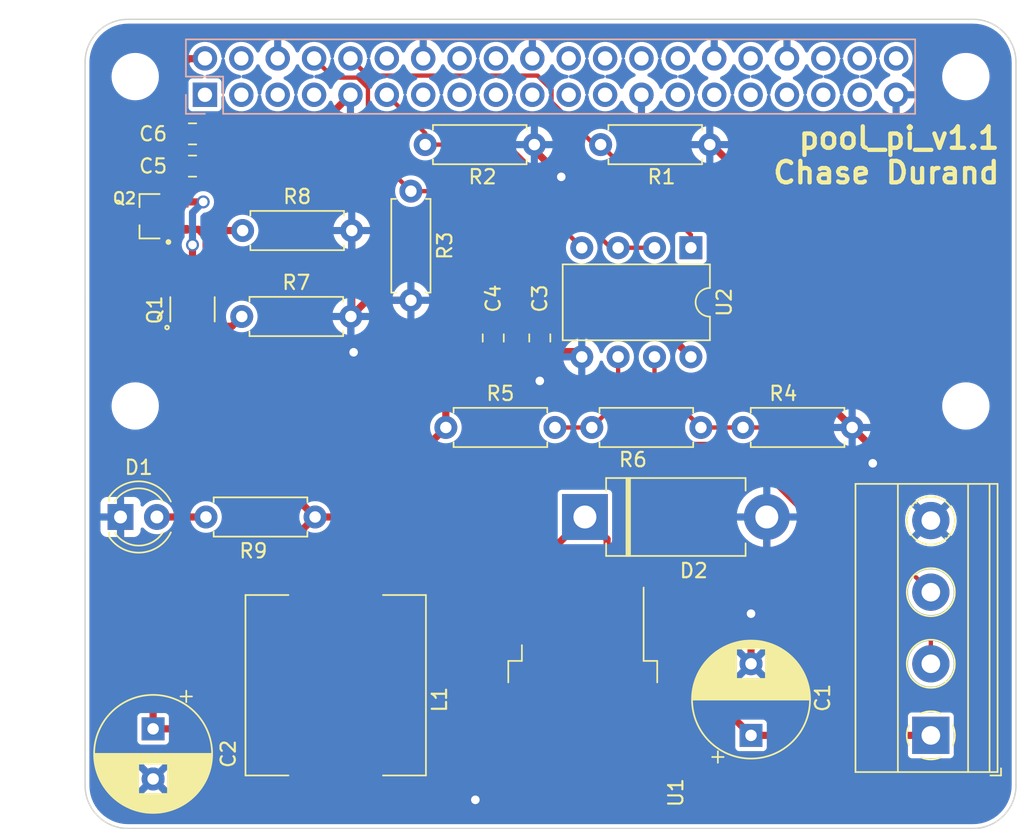
<source format=kicad_pcb>
(kicad_pcb (version 20211014) (generator pcbnew)
  (title_block (title "Pool Pi / Power and Communication Adapter") (date "2023-01-11") (rev "1.0"))
  (layers (0 "F.Cu" signal) (31 "B.Cu" signal) (34 "B.Paste" user) (35 "F.Paste" user) (36 "B.SilkS" user "B.Silkscreen") (37 "F.SilkS" user "F.Silkscreen") (38 "B.Mask" user) (39 "F.Mask" user) (44 "Edge.Cuts" user))
  (net 0 "")
  (net 1 "GND")
  (net 2 "/GPIO[2]{slash}SDA1")
  (net 3 "/GPIO[3]{slash}SCL1")
  (net 4 "/GPIO[4]{slash}GPCLK0")
  (net 5 "/GPIO[18]{slash}PCM.CLK")
  (net 6 "/GPIO[27]")
  (net 7 "/GPIO[22]")
  (net 8 "/GPIO[23]")
  (net 9 "/GPIO[24]")
  (net 10 "/GPIO[10]{slash}SPI0.MOSI")
  (net 11 "/GPIO[9]{slash}SPI0.MISO")
  (net 12 "/GPIO[25]")
  (net 13 "/GPIO[11]{slash}SPI0.SCLK")
  (net 14 "/GPIO[8]{slash}SPI0.CE0")
  (net 15 "/GPIO[7]{slash}SPI0.CE1")
  (net 16 "/ID_SDA")
  (net 17 "/ID_SCL")
  (net 18 "/GPIO[5]")
  (net 19 "/GPIO[6]")
  (net 20 "/GPIO[12]{slash}PWM0")
  (net 21 "/GPIO[13]{slash}PWM1")
  (net 22 "/GPIO[19]{slash}PCM.FS")
  (net 23 "/GPIO[16]")
  (net 24 "/GPIO[20]{slash}PCM.DIN")
  (net 25 "/GPIO[21]{slash}PCM.DOUT")
  (net 26 "+5V")
  (net 27 "+3V3")
  (net 28 "Net-(D2-Pad1)")
  (net 29 "/GPIO26")
  (net 30 "Net-(D1-Pad2)")
  (net 31 "A")
  (net 32 "B")
  (net 33 "+12V")
  (net 34 "DE")
  (net 35 "RX_RO")
  (net 36 "TX_DI")
  (net 37 "5V_rPi")
  (net 38 "Net-(Q1-Pad1)")
  (net 39 "Net-(Q1-Pad4)")
  (footprint "LED_THT:LED_D4.0mm" (layer "F.Cu") (at 102.475 78.25)
    (fp_text reference "D1" (at 1.27 -3.46) (layer "F.SilkS"))
    (fp_text value "LED")
    (pad "1" thru_hole rect (at 0 0) (size 1.8 1.8) (drill 0.9) (layers *.Cu *.Mask) (net 1 "GND"))
    (pad "2" thru_hole circle (at 2.54 0) (size 1.8 1.8) (drill 0.9) (layers *.Cu *.Mask) (net 30 "Net-(D1-Pad2)"))
  )
  (footprint "Capacitor_SMD:C_0805_2012Metric" (layer "F.Cu") (at 107.5 53.75)
    (fp_text reference "C5" (at -2.75 0) (layer "F.SilkS"))
    (fp_text value "10uF")
    (pad "1" smd roundrect (at -0.95 0) (size 1 1.45) (layers "F.Cu" "F.Paste" "F.Mask") (net 37 "5V_rPi"))
    (pad "2" smd roundrect (at 0.95 0) (size 1 1.45) (layers "F.Cu" "F.Paste" "F.Mask") (net 1 "GND"))
  )
  (footprint "Resistor_THT:R_Axial_DIN0207_L6.3mm_D2.5mm_P7.62mm_Horizontal" (layer "F.Cu") (at 110.94 64.25)
    (fp_text reference "R7" (at 3.81 -2.37) (layer "F.SilkS"))
    (fp_text value "10K")
    (pad "1" thru_hole circle (at 0 0) (size 1.6 1.6) (drill 0.8) (layers *.Cu *.Mask) (net 38 "Net-(Q1-Pad1)"))
    (pad "2" thru_hole oval (at 7.62 0) (size 1.6 1.6) (drill 0.8) (layers *.Cu *.Mask) (net 1 "GND"))
  )
  (footprint "Resistor_THT:R_Axial_DIN0207_L6.3mm_D2.5mm_P7.62mm_Horizontal" (layer "F.Cu") (at 125.19 72)
    (fp_text reference "R5" (at 3.81 -2.37) (layer "F.SilkS"))
    (fp_text value "20K")
    (pad "1" thru_hole circle (at 0 0) (size 1.6 1.6) (drill 0.8) (layers *.Cu *.Mask) (net 26 "+5V"))
    (pad "2" thru_hole oval (at 7.62 0) (size 1.6 1.6) (drill 0.8) (layers *.Cu *.Mask) (net 31 "A"))
  )
  (footprint "TerminalBlock_Phoenix:TerminalBlock_Phoenix_MKDS-1,5-4_1x04_P5.00mm_Horizontal" (layer "F.Cu") (at 159.055 93.5 90)
    (fp_text reference "J2" hide)
    (fp_text value "1711042")
    (pad "1" thru_hole rect (at 0 0 90) (size 2.6 2.6) (drill 1.3) (layers *.Cu *.Mask) (net 33 "+12V"))
    (pad "2" thru_hole circle (at 5 0 90) (size 2.6 2.6) (drill 1.3) (layers *.Cu *.Mask) (net 31 "A"))
    (pad "3" thru_hole circle (at 10 0 90) (size 2.6 2.6) (drill 1.3) (layers *.Cu *.Mask) (net 32 "B"))
    (pad "4" thru_hole circle (at 15 0 90) (size 2.6 2.6) (drill 1.3) (layers *.Cu *.Mask) (net 1 "GND"))
  )
  (footprint "Resistor_THT:R_Axial_DIN0207_L6.3mm_D2.5mm_P7.62mm_Horizontal" (layer "F.Cu") (at 136 52.25)
    (fp_text reference "R1" (at 4.25 2.25) (layer "F.SilkS"))
    (fp_text value "10K")
    (pad "1" thru_hole circle (at 0 0) (size 1.6 1.6) (drill 0.8) (layers *.Cu *.Mask) (net 35 "RX_RO"))
    (pad "2" thru_hole oval (at 7.62 0) (size 1.6 1.6) (drill 0.8) (layers *.Cu *.Mask) (net 1 "GND"))
  )
  (footprint "Capacitor_THT:CP_Radial_D8.0mm_P5.00mm" (layer "F.Cu") (at 146.5 93.5 90)
    (fp_text reference "C1" (at 2.620277 5 90) (layer "F.SilkS"))
    (fp_text value "100uF")
    (pad "1" thru_hole rect (at 0 0 90) (size 1.6 1.6) (drill 0.8) (layers *.Cu *.Mask) (net 33 "+12V"))
    (pad "2" thru_hole circle (at 5 0 90) (size 1.6 1.6) (drill 0.8) (layers *.Cu *.Mask) (net 1 "GND"))
  )
  (footprint "Inductor_SMD:L_12x12mm_H8mm" (layer "F.Cu") (at 117.5 90 -90)
    (fp_text reference "L1" (at 1 -7.25 90) (layer "F.SilkS"))
    (fp_text value "68uH")
    (pad "1" smd rect (at -4.95 0 270) (size 2.9 5.4) (layers "F.Cu" "F.Paste" "F.Mask") (net 28 "Net-(D2-Pad1)"))
    (pad "2" smd rect (at 4.95 0 270) (size 2.9 5.4) (layers "F.Cu" "F.Paste" "F.Mask") (net 26 "+5V"))
  )
  (footprint "Resistor_THT:R_Axial_DIN0207_L6.3mm_D2.5mm_P7.62mm_Horizontal" (layer "F.Cu") (at 143 72 180)
    (fp_text reference "R6" (at 4.75 -2.25) (layer "F.SilkS"))
    (fp_text value "120")
    (pad "1" thru_hole circle (at 0 0 180) (size 1.6 1.6) (drill 0.8) (layers *.Cu *.Mask) (net 32 "B"))
    (pad "2" thru_hole oval (at 7.62 0 180) (size 1.6 1.6) (drill 0.8) (layers *.Cu *.Mask) (net 31 "A"))
  )
  (footprint "Resistor_THT:R_Axial_DIN0207_L6.3mm_D2.5mm_P7.62mm_Horizontal" (layer "F.Cu") (at 123.75 52.25)
    (fp_text reference "R2" (at 4 2.25) (layer "F.SilkS"))
    (fp_text value "10K")
    (pad "1" thru_hole circle (at 0 0) (size 1.6 1.6) (drill 0.8) (layers *.Cu *.Mask) (net 34 "DE"))
    (pad "2" thru_hole oval (at 7.62 0) (size 1.6 1.6) (drill 0.8) (layers *.Cu *.Mask) (net 1 "GND"))
  )
  (footprint "Capacitor_SMD:C_0805_2012Metric" (layer "F.Cu") (at 131.75 65.75 -90)
    (fp_text reference "C3" (at -2.75 0 90) (layer "F.SilkS"))
    (fp_text value "10uF")
    (pad "1" smd roundrect (at -0.95 0 270) (size 1 1.45) (layers "F.Cu" "F.Paste" "F.Mask") (net 26 "+5V"))
    (pad "2" smd roundrect (at 0.95 0 270) (size 1 1.45) (layers "F.Cu" "F.Paste" "F.Mask") (net 1 "GND"))
  )
  (footprint "Package_TO_SOT_SMD:TO-263-5_TabPin3" (layer "F.Cu") (at 134.75 91.25 -90)
    (fp_text reference "U1" (at 6.25 -6.5 90) (layer "F.SilkS"))
    (fp_text value "LM2596S-5")
    (pad "1" smd rect (at -5.775 -3.4 270) (size 4.6 1.1) (layers "F.Cu" "F.Paste" "F.Mask") (net 33 "+12V"))
    (pad "2" smd rect (at -5.775 -1.7 270) (size 4.6 1.1) (layers "F.Cu" "F.Paste" "F.Mask") (net 28 "Net-(D2-Pad1)"))
    (pad "3" smd rect (at 3.375 0 270) (size 9.4 10.8) (layers "F.Cu" "F.Mask") (net 1 "GND"))
    (pad "3" smd rect (at -5.775 0 270) (size 4.6 1.1) (layers "F.Cu" "F.Paste" "F.Mask") (net 1 "GND"))
    (pad "4" smd rect (at -5.775 1.7 270) (size 4.6 1.1) (layers "F.Cu" "F.Paste" "F.Mask") (net 26 "+5V"))
    (pad "5" smd rect (at -5.775 3.4 270) (size 4.6 1.1) (layers "F.Cu" "F.Paste" "F.Mask") (net 1 "GND"))
  )
  (footprint "DMMT5401-7-F:SOT95P285X140-6N" (layer "F.Cu") (at 107.5 63.75 90)
    (fp_text reference "Q1" (at -0.04299 -2.635 90) (layer "F.SilkS"))
    (fp_text value "DMMT5401-7-F")
    (pad "1" smd roundrect locked (at -1.185 -0.95 90) (size 2.5 0.6) (drill (offset -0.575 0)) (layers "F.Cu" "F.Paste" "F.Mask") (roundrect_rratio 0.15) (net 38 "Net-(Q1-Pad1)"))
    (pad "2" smd roundrect locked (at -1.185 0 90) (size 2.5 0.6) (drill (offset -0.575 0)) (layers "F.Cu" "F.Paste" "F.Mask") (roundrect_rratio 0.15) (net 38 "Net-(Q1-Pad1)"))
    (pad "3" smd roundrect locked (at -1.185 0.95 90) (size 2.5 0.6) (drill (offset -0.575 0)) (layers "F.Cu" "F.Paste" "F.Mask") (roundrect_rratio 0.15) (net 38 "Net-(Q1-Pad1)"))
    (pad "4" smd roundrect locked (at 1.185 0.95 90) (size 2.5 0.6) (drill (offset 0.575 0)) (layers "F.Cu" "F.Paste" "F.Mask") (roundrect_rratio 0.15) (net 39 "Net-(Q1-Pad4)"))
    (pad "5" smd roundrect locked (at 1.185 0 90) (size 2.5 0.6) (drill (offset 0.575 0)) (layers "F.Cu" "F.Paste" "F.Mask") (roundrect_rratio 0.15) (net 37 "5V_rPi"))
    (pad "6" smd roundrect locked (at 1.185 -0.95 90) (size 2.5 0.6) (drill (offset 0.575 0)) (layers "F.Cu" "F.Paste" "F.Mask") (roundrect_rratio 0.15) (net 26 "+5V"))
  )
  (footprint "Resistor_THT:R_Axial_DIN0207_L6.3mm_D2.5mm_P7.62mm_Horizontal" (layer "F.Cu") (at 122.75 55.5 -90)
    (fp_text reference "R3" (at 3.81 -2.37 90) (layer "F.SilkS"))
    (fp_text value "10K")
    (pad "1" thru_hole circle (at 0 0 270) (size 1.6 1.6) (drill 0.8) (layers *.Cu *.Mask) (net 36 "TX_DI"))
    (pad "2" thru_hole oval (at 7.62 0 270) (size 1.6 1.6) (drill 0.8) (layers *.Cu *.Mask) (net 1 "GND"))
  )
  (footprint "MountingHole:MountingHole_2.7mm_M2.5" (layer "F.Cu") (at 103.5 70.5)
    (fp_text reference "MH3" hide)
    (fp_text value "MountingHole_2.7mm_M2.5" hide)
    (pad "" np_thru_hole circle locked (at 0 0) (size 2.7 2.7) (drill 2.7) (layers *.Cu *.Mask))
  )
  (footprint "Capacitor_SMD:C_0805_2012Metric" (layer "F.Cu") (at 107.5 51.5)
    (fp_text reference "C6" (at -2.75 0) (layer "F.SilkS"))
    (fp_text value "0.1uF")
    (pad "1" smd roundrect (at -0.95 0) (size 1 1.45) (layers "F.Cu" "F.Paste" "F.Mask") (net 37 "5V_rPi"))
    (pad "2" smd roundrect (at 0.95 0) (size 1 1.45) (layers "F.Cu" "F.Paste" "F.Mask") (net 1 "GND"))
  )
  (footprint "MountingHole:MountingHole_2.7mm_M2.5" (layer "F.Cu") (at 161.5 47.5)
    (fp_text reference "MH2" hide)
    (fp_text value "MountingHole_2.7mm_M2.5" hide)
    (pad "" np_thru_hole circle locked (at 0 0) (size 2.7 2.7) (drill 2.7) (layers F&B.Cu *.Mask))
  )
  (footprint "Capacitor_SMD:C_0805_2012Metric" (layer "F.Cu") (at 128.5 65.75 -90)
    (fp_text reference "C4" (at -2.75 0 90) (layer "F.SilkS"))
    (fp_text value "0.1uF")
    (pad "1" smd roundrect (at -0.95 0 270) (size 1 1.45) (layers "F.Cu" "F.Paste" "F.Mask") (net 26 "+5V"))
    (pad "2" smd roundrect (at 0.95 0 270) (size 1 1.45) (layers "F.Cu" "F.Paste" "F.Mask") (net 1 "GND"))
  )
  (footprint "Resistor_THT:R_Axial_DIN0207_L6.3mm_D2.5mm_P7.62mm_Horizontal" (layer "F.Cu") (at 145.94 72)
    (fp_text reference "R4" (at 2.81 -2.37) (layer "F.SilkS"))
    (fp_text value "20K")
    (pad "1" thru_hole circle (at 0 0) (size 1.6 1.6) (drill 0.8) (layers *.Cu *.Mask) (net 32 "B"))
    (pad "2" thru_hole oval (at 7.62 0) (size 1.6 1.6) (drill 0.8) (layers *.Cu *.Mask) (net 1 "GND"))
  )
  (footprint "MountingHole:MountingHole_2.7mm_M2.5" (layer "F.Cu") (at 161.5 70.5)
    (fp_text reference "MH4" hide)
    (fp_text value "MountingHole_2.7mm_M2.5" hide)
    (pad "" np_thru_hole circle locked (at 0 0) (size 2.7 2.7) (drill 2.7) (layers *.Cu *.Mask))
  )
  (footprint "MountingHole:MountingHole_2.7mm_M2.5" (layer "F.Cu") (at 103.5 47.5)
    (fp_text reference "MH1" hide)
    (fp_text value "MountingHole_2.7mm_M2.5" hide)
    (pad "" np_thru_hole circle locked (at 0 0) (size 2.7 2.7) (drill 2.7) (layers F&B.Cu *.Mask))
  )
  (footprint "Resistor_THT:R_Axial_DIN0207_L6.3mm_D2.5mm_P7.62mm_Horizontal" (layer "F.Cu") (at 116.06 78.25 180)
    (fp_text reference "R9" (at 4.31 -2.37) (layer "F.SilkS"))
    (fp_text value "200")
    (pad "1" thru_hole circle (at 0 0 180) (size 1.6 1.6) (drill 0.8) (layers *.Cu *.Mask) (net 26 "+5V"))
    (pad "2" thru_hole oval (at 7.62 0 180) (size 1.6 1.6) (drill 0.8) (layers *.Cu *.Mask) (net 30 "Net-(D1-Pad2)"))
  )
  (footprint "Capacitor_THT:CP_Radial_D8.0mm_P3.50mm" (layer "F.Cu") (at 104.75 93.042047 -90)
    (fp_text reference "C2" (at 1.75 -5.25 90) (layer "F.SilkS"))
    (fp_text value "180uF")
    (pad "1" thru_hole rect (at 0 0 270) (size 1.6 1.6) (drill 0.8) (layers *.Cu *.Mask) (net 26 "+5V"))
    (pad "2" thru_hole circle (at 3.5 0 270) (size 1.6 1.6) (drill 0.8) (layers *.Cu *.Mask) (net 1 "GND"))
  )
  (footprint "Resistor_THT:R_Axial_DIN0207_L6.3mm_D2.5mm_P7.62mm_Horizontal" (layer "F.Cu") (at 111 58.25)
    (fp_text reference "R8" (at 3.81 -2.37) (layer "F.SilkS"))
    (fp_text value "47K")
    (pad "1" thru_hole circle (at 0 0) (size 1.6 1.6) (drill 0.8) (layers *.Cu *.Mask) (net 39 "Net-(Q1-Pad4)"))
    (pad "2" thru_hole oval (at 7.62 0) (size 1.6 1.6) (drill 0.8) (layers *.Cu *.Mask) (net 1 "GND"))
  )
  (footprint "Package_DIP:DIP-8_W7.62mm" (layer "F.Cu") (at 142.3 59.45 -90)
    (fp_text reference "U2" (at 3.81 -2.33 90) (layer "F.SilkS"))
    (fp_text value "MAX485E")
    (pad "1" thru_hole rect (at 0 0 270) (size 1.6 1.6) (drill 0.8) (layers *.Cu *.Mask) (net 35 "RX_RO"))
    (pad "2" thru_hole oval (at 0 2.54 270) (size 1.6 1.6) (drill 0.8) (layers *.Cu *.Mask) (net 34 "DE"))
    (pad "3" thru_hole oval (at 0 5.08 270) (size 1.6 1.6) (drill 0.8) (layers *.Cu *.Mask) (net 34 "DE"))
    (pad "4" thru_hole oval (at 0 7.62 270) (size 1.6 1.6) (drill 0.8) (layers *.Cu *.Mask) (net 36 "TX_DI"))
    (pad "5" thru_hole oval (at 7.62 7.62 270) (size 1.6 1.6) (drill 0.8) (layers *.Cu *.Mask) (net 1 "GND"))
    (pad "6" thru_hole oval (at 7.62 5.08 270) (size 1.6 1.6) (drill 0.8) (layers *.Cu *.Mask) (net 31 "A"))
    (pad "7" thru_hole oval (at 7.62 2.54 270) (size 1.6 1.6) (drill 0.8) (layers *.Cu *.Mask) (net 32 "B"))
    (pad "8" thru_hole oval (at 7.62 0 270) (size 1.6 1.6) (drill 0.8) (layers *.Cu *.Mask) (net 26 "+5V"))
  )
  (footprint "Diode_THT:D_DO-201AD_P12.70mm_Horizontal" (layer "F.Cu") (at 134.9 78.25)
    (fp_text reference "D2" (at 7.6 3.75) (layer "F.SilkS"))
    (fp_text value "1N5820-E3/73")
    (pad "1" thru_hole rect (at 0 0) (size 3.2 3.2) (drill 1.6) (layers *.Cu *.Mask) (net 28 "Net-(D2-Pad1)"))
    (pad "2" thru_hole oval (at 12.7 0) (size 3.2 3.2) (drill 1.6) (layers *.Cu *.Mask) (net 1 "GND"))
  )
  (footprint "DMG2305UX-13:SOT91P240X110-3N" (layer "F.Cu") (at 104.5 57.25 180)
    (fp_text reference "Q2" (at 1.75 1.25) (layer "F.SilkS") (effects (font (size 0.8 0.8))))
    (fp_text value "DMG2305UX-13")
    (pad "1" smd roundrect (at -1.025 -0.915 180) (size 2.5 0.61) (drill (offset -0.45 0)) (layers "F.Cu" "F.Paste" "F.Mask") (roundrect_rratio 0.08) (net 39 "Net-(Q1-Pad4)"))
    (pad "2" smd roundrect (at -1.025 0.915 180) (size 2.5 0.61) (drill (offset -0.45 0)) (layers "F.Cu" "F.Paste" "F.Mask") (roundrect_rratio 0.08) (net 37 "5V_rPi"))
    (pad "3" smd roundrect (at 1.025 0 180) (size 2 0.61) (drill (offset 0.45 0)) (layers "F.Cu" "F.Paste" "F.Mask") (roundrect_rratio 0.08) (net 26 "+5V"))
  )
  (footprint "Connector_PinSocket_2.54mm:PinSocket_2x20_P2.54mm_Vertical" (layer "B.Cu") (at 108.37 48.77 -90)
    (fp_text reference "J1" hide)
    (fp_text value "GPIO")
    (pad "1" thru_hole rect locked (at 0 0 270) (size 1.7 1.7) (drill 1) (layers F&B.Cu *.Mask) (net 27 "+3V3"))
    (pad "2" thru_hole oval locked (at -2.54 0 270) (size 1.7 1.7) (drill 1) (layers F&B.Cu *.Mask) (net 37 "5V_rPi"))
    (pad "3" thru_hole oval locked (at 0 -2.54 270) (size 1.7 1.7) (drill 1) (layers F&B.Cu *.Mask) (net 2 "/GPIO[2]{slash}SDA1"))
    (pad "4" thru_hole oval locked (at -2.54 -2.54 270) (size 1.7 1.7) (drill 1) (layers F&B.Cu *.Mask) (net 37 "5V_rPi"))
    (pad "5" thru_hole oval locked (at 0 -5.08 270) (size 1.7 1.7) (drill 1) (layers F&B.Cu *.Mask) (net 3 "/GPIO[3]{slash}SCL1"))
    (pad "6" thru_hole oval locked (at -2.54 -5.08 270) (size 1.7 1.7) (drill 1) (layers F&B.Cu *.Mask) (net 1 "GND"))
    (pad "7" thru_hole oval locked (at 0 -7.62 270) (size 1.7 1.7) (drill 1) (layers F&B.Cu *.Mask) (net 4 "/GPIO[4]{slash}GPCLK0"))
    (pad "8" thru_hole oval locked (at -2.54 -7.62 270) (size 1.7 1.7) (drill 1) (layers F&B.Cu *.Mask) (net 36 "TX_DI"))
    (pad "9" thru_hole oval locked (at 0 -10.16 270) (size 1.7 1.7) (drill 1) (layers F&B.Cu *.Mask) (net 1 "GND"))
    (pad "10" thru_hole oval locked (at -2.54 -10.16 270) (size 1.7 1.7) (drill 1) (layers F&B.Cu *.Mask) (net 35 "RX_RO"))
    (pad "11" thru_hole oval locked (at 0 -12.7 270) (size 1.7 1.7) (drill 1) (layers F&B.Cu *.Mask) (net 34 "DE"))
    (pad "12" thru_hole oval locked (at -2.54 -12.7 270) (size 1.7 1.7) (drill 1) (layers F&B.Cu *.Mask) (net 5 "/GPIO[18]{slash}PCM.CLK"))
    (pad "13" thru_hole oval locked (at 0 -15.24 270) (size 1.7 1.7) (drill 1) (layers F&B.Cu *.Mask) (net 6 "/GPIO[27]"))
    (pad "14" thru_hole oval locked (at -2.54 -15.24 270) (size 1.7 1.7) (drill 1) (layers F&B.Cu *.Mask) (net 1 "GND"))
    (pad "15" thru_hole oval locked (at 0 -17.78 270) (size 1.7 1.7) (drill 1) (layers F&B.Cu *.Mask) (net 7 "/GPIO[22]"))
    (pad "16" thru_hole oval locked (at -2.54 -17.78 270) (size 1.7 1.7) (drill 1) (layers F&B.Cu *.Mask) (net 8 "/GPIO[23]"))
    (pad "17" thru_hole oval locked (at 0 -20.32 270) (size 1.7 1.7) (drill 1) (layers F&B.Cu *.Mask) (net 27 "+3V3"))
    (pad "18" thru_hole oval locked (at -2.54 -20.32 270) (size 1.7 1.7) (drill 1) (layers F&B.Cu *.Mask) (net 9 "/GPIO[24]"))
    (pad "19" thru_hole oval locked (at 0 -22.86 270) (size 1.7 1.7) (drill 1) (layers F&B.Cu *.Mask) (net 10 "/GPIO[10]{slash}SPI0.MOSI"))
    (pad "20" thru_hole oval locked (at -2.54 -22.86 270) (size 1.7 1.7) (drill 1) (layers F&B.Cu *.Mask) (net 1 "GND"))
    (pad "21" thru_hole oval locked (at 0 -25.4 270) (size 1.7 1.7) (drill 1) (layers F&B.Cu *.Mask) (net 11 "/GPIO[9]{slash}SPI0.MISO"))
    (pad "22" thru_hole oval locked (at -2.54 -25.4 270) (size 1.7 1.7) (drill 1) (layers F&B.Cu *.Mask) (net 12 "/GPIO[25]"))
    (pad "23" thru_hole oval locked (at 0 -27.94 270) (size 1.7 1.7) (drill 1) (layers F&B.Cu *.Mask) (net 13 "/GPIO[11]{slash}SPI0.SCLK"))
    (pad "24" thru_hole oval locked (at -2.54 -27.94 270) (size 1.7 1.7) (drill 1) (layers F&B.Cu *.Mask) (net 14 "/GPIO[8]{slash}SPI0.CE0"))
    (pad "25" thru_hole oval locked (at 0 -30.48 270) (size 1.7 1.7) (drill 1) (layers F&B.Cu *.Mask) (net 1 "GND"))
    (pad "26" thru_hole oval locked (at -2.54 -30.48 270) (size 1.7 1.7) (drill 1) (layers F&B.Cu *.Mask) (net 15 "/GPIO[7]{slash}SPI0.CE1"))
    (pad "27" thru_hole oval locked (at 0 -33.02 270) (size 1.7 1.7) (drill 1) (layers F&B.Cu *.Mask) (net 16 "/ID_SDA"))
    (pad "28" thru_hole oval locked (at -2.54 -33.02 270) (size 1.7 1.7) (drill 1) (layers F&B.Cu *.Mask) (net 17 "/ID_SCL"))
    (pad "29" thru_hole oval locked (at 0 -35.56 270) (size 1.7 1.7) (drill 1) (layers F&B.Cu *.Mask) (net 18 "/GPIO[5]"))
    (pad "30" thru_hole oval locked (at -2.54 -35.56 270) (size 1.7 1.7) (drill 1) (layers F&B.Cu *.Mask) (net 1 "GND"))
    (pad "31" thru_hole oval locked (at 0 -38.1 270) (size 1.7 1.7) (drill 1) (layers F&B.Cu *.Mask) (net 19 "/GPIO[6]"))
    (pad "32" thru_hole oval locked (at -2.54 -38.1 270) (size 1.7 1.7) (drill 1) (layers F&B.Cu *.Mask) (net 20 "/GPIO[12]{slash}PWM0"))
    (pad "33" thru_hole oval locked (at 0 -40.64 270) (size 1.7 1.7) (drill 1) (layers F&B.Cu *.Mask) (net 21 "/GPIO[13]{slash}PWM1"))
    (pad "34" thru_hole oval locked (at -2.54 -40.64 270) (size 1.7 1.7) (drill 1) (layers F&B.Cu *.Mask) (net 1 "GND"))
    (pad "35" thru_hole oval locked (at 0 -43.18 270) (size 1.7 1.7) (drill 1) (layers F&B.Cu *.Mask) (net 22 "/GPIO[19]{slash}PCM.FS"))
    (pad "36" thru_hole oval locked (at -2.54 -43.18 270) (size 1.7 1.7) (drill 1) (layers F&B.Cu *.Mask) (net 23 "/GPIO[16]"))
    (pad "37" thru_hole oval locked (at 0 -45.72 270) (size 1.7 1.7) (drill 1) (layers F&B.Cu *.Mask) (net 29 "/GPIO26"))
    (pad "38" thru_hole oval locked (at -2.54 -45.72 270) (size 1.7 1.7) (drill 1) (layers F&B.Cu *.Mask) (net 24 "/GPIO[20]{slash}PCM.DIN"))
    (pad "39" thru_hole oval locked (at 0 -48.26 270) (size 1.7 1.7) (drill 1) (layers F&B.Cu *.Mask) (net 1 "GND"))
    (pad "40" thru_hole oval locked (at -2.54 -48.26 270) (size 1.7 1.7) (drill 1) (layers F&B.Cu *.Mask) (net 25 "/GPIO[21]{slash}PCM.DOUT"))
  )
  (gr_line (start 165 97) (end 165 46.5) (layer "Edge.Cuts") (width 0.1))
  (gr_arc (start 100 46.5) (mid 100.87868 44.37868) (end 103 43.5) (layer "Edge.Cuts") (width 0.1))
  (gr_line (start 162 43.5) (end 103 43.5) (layer "Edge.Cuts") (width 0.1))
  (gr_line (start 100 63) (end 100 81) (layer "Edge.Cuts") (width 0.1))
  (gr_arc (start 162 43.5) (mid 164.12132 44.37868) (end 165 46.5) (layer "Edge.Cuts") (width 0.1))
  (gr_arc (start 103 100) (mid 100.87868 99.12132) (end 100 97) (layer "Edge.Cuts") (width 0.1))
  (gr_arc (start 165 97) (mid 164.12132 99.12132) (end 162 100) (layer "Edge.Cuts") (width 0.1))
  (gr_line (start 100 81) (end 100 97) (layer "Edge.Cuts") (width 0.1))
  (gr_line (start 100 46.5) (end 100 63) (layer "Edge.Cuts") (width 0.1))
  (gr_line (start 103 100) (end 162 100) (layer "Edge.Cuts") (width 0.1))
  (gr_text "pool_pi_v1.1\nChase Durand" (at 164 53) (layer "F.SilkS") (effects (font (size 1.5 1.5) (thickness 0.3)) (justify right)))
  (segment (start 131.75 66.7) (end 134.31 66.7) (width 0.5) (layer "F.Cu") (net 1))
  (segment (start 143.62 52.25) (end 143.75 52.25) (width 0.5) (layer "F.Cu") (net 1))
  (segment (start 131.37 52.25) (end 131.37 52.62) (width 0.5) (layer "F.Cu") (net 1))
  (segment (start 127.25 98) (end 131.375 98) (width 0.5) (layer "F.Cu") (net 1))
  (segment (start 146.5 64.94) (end 153.56 72) (width 0.5) (layer "F.Cu") (net 1))
  (segment (start 134.31 66.7) (end 134.68 67.07) (width 0.5) (layer "F.Cu") (net 1))
  (segment (start 155 74.5) (end 155.055 74.5) (width 0.5) (layer "F.Cu") (net 1))
  (segment (start 155 74.5) (end 155 73.44) (width 0.5) (layer "F.Cu") (net 1))
  (segment (start 134.05 82.725) (end 131.775 82.725) (width 0.5) (layer "F.Cu") (net 1))
  (segment (start 143.75 52.25) (end 146.5 55) (width 0.5) (layer "F.Cu") (net 1))
  (segment (start 108.45 51.5) (end 115.8 51.5) (width 0.5) (layer "F.Cu") (net 1))
  (segment (start 146.5 85) (end 147.6 83.9) (width 0.5) (layer "F.Cu") (net 1))
  (segment (start 134.75 83.425) (end 134.05 82.725) (width 0.5) (layer "F.Cu") (net 1))
  (segment (start 118.62 64.19) (end 118.56 64.25) (width 0.5) (layer "F.Cu") (net 1))
  (segment (start 134.75 85.475) (end 134.75 94.625) (width 0.5) (layer "F.Cu") (net 1))
  (segment (start 108.45 51.5) (end 108.45 53.75) (width 0.5) (layer "F.Cu") (net 1))
  (segment (start 106.207953 98) (end 127.25 98) (width 0.5) (layer "F.Cu") (net 1))
  (segment (start 131.75 66.7) (end 131.75 68.75) (width 0.5) (layer "F.Cu") (net 1))
  (segment (start 155 73.44) (end 153.56 72) (width 0.5) (layer "F.Cu") (net 1))
  (segment (start 131.775 82.725) (end 131.35 83.15) (width 0.5) (layer "F.Cu") (net 1))
  (segment (start 102.475 94.267047) (end 104.75 96.542047) (width 0.5) (layer "F.Cu") (net 1))
  (segment (start 134.75 85.475) (end 134.75 83.425) (width 0.5) (layer "F.Cu") (net 1))
  (segment (start 119.69 63.12) (end 118.56 64.25) (width 0.5) (layer "F.Cu") (net 1))
  (segment (start 131.37 52.62) (end 133.25 54.5) (width 0.5) (layer "F.Cu") (net 1))
  (segment (start 147.6 83.9) (end 147.6 78.25) (width 0.5) (layer "F.Cu") (net 1))
  (segment (start 118.56 64.25) (end 118.56 66.56) (width 0.5) (layer "F.Cu") (net 1))
  (segment (start 104.75 96.542047) (end 106.207953 98) (width 0.5) (layer "F.Cu") (net 1))
  (segment (start 102.475 78.25) (end 102.475 94.267047) (width 0.5) (layer "F.Cu") (net 1))
  (segment (start 146.5 88.5) (end 146.5 85) (width 0.5) (layer "F.Cu") (net 1))
  (segment (start 115.8 51.5) (end 118.53 48.77) (width 0.5) (layer "F.Cu") (net 1))
  (segment (start 128.5 66.7) (end 131.75 66.7) (width 0.5) (layer "F.Cu") (net 1))
  (segment (start 155.055 74.5) (end 159.055 78.5) (width 0.5) (layer "F.Cu") (net 1))
  (segment (start 131.35 83.15) (end 131.35 85.475) (width 0.5) (layer "F.Cu") (net 1))
  (segment (start 118.56 66.56) (end 118.75 66.75) (width 0.5) (layer "F.Cu") (net 1))
  (segment (start 118.62 58.25) (end 118.62 64.19) (width 0.5) (layer "F.Cu") (net 1))
  (segment (start 146.5 55) (end 146.5 64.94) (width 0.5) (layer "F.Cu") (net 1))
  (segment (start 131.375 98) (end 134.75 94.625) (width 0.5) (layer "F.Cu") (net 1))
  (segment (start 122.75 63.12) (end 119.69 63.12) (width 0.5) (layer "F.Cu") (net 1))
  (via (at 155 74.5) (size 0.9) (drill 0.6) (layers "F.Cu" "B.Cu") (net 1))
  (via (at 131.75 68.75) (size 0.9) (drill 0.6) (layers "F.Cu" "B.Cu") (net 1))
  (via (at 118.75 66.75) (size 0.9) (drill 0.6) (layers "F.Cu" "B.Cu") (net 1))
  (via (at 133.25 54.5) (size 0.9) (drill 0.6) (layers "F.Cu" "B.Cu") (net 1))
  (via (at 127.25 98) (size 0.9) (drill 0.6) (layers "F.Cu" "B.Cu") (net 1))
  (via (at 146.5 85) (size 0.9) (drill 0.6) (layers "F.Cu" "B.Cu") (net 1))
  (segment (start 125.19 68.295051) (end 128.5 64.985051) (width 0.5) (layer "F.Cu") (net 26))
  (segment (start 104.75 93.042047) (end 104.75 89.56) (width 0.5) (layer "F.Cu") (net 26))
  (segment (start 128.5 64.985051) (end 128.5 64.8) (width 0.5) (layer "F.Cu") (net 26))
  (segment (start 104.75 93.042047) (end 115.592047 93.042047) (width 0.5) (layer "F.Cu") (net 26))
  (segment (start 133.05 85.475) (end 133.05 87.525) (width 0.5) (layer "F.Cu") (net 26))
  (segment (start 131.75 64.8) (end 140.03 64.8) (width 0.5) (layer "F.Cu") (net 26))
  (segment (start 105.8 63.315) (end 106.55 62.565) (width 0.5) (layer "F.Cu") (net 26))
  (segment (start 122.975 89.475) (end 117.5 94.95) (width 0.5) (layer "F.Cu") (net 26))
  (segment (start 133.05 87.525) (end 131.1 89.475) (width 0.5) (layer "F.Cu") (net 26))
  (segment (start 140.03 64.8) (end 142.3 67.07) (width 0.5) (layer "F.Cu") (net 26))
  (segment (start 116.06 78.25) (end 118.94 78.25) (width 0.5) (layer "F.Cu") (net 26))
  (segment (start 103.475 59.49) (end 103.475 57.25) (width 0.5) (layer "F.Cu") (net 26))
  (segment (start 104.75 89.56) (end 116.06 78.25) (width 0.5) (layer "F.Cu") (net 26))
  (segment (start 115.592047 93.042047) (end 117.5 94.95) (width 0.5) (layer "F.Cu") (net 26))
  (segment (start 131.1 89.475) (end 122.975 89.475) (width 0.5) (layer "F.Cu") (net 26))
  (segment (start 118.94 78.25) (end 125.19 72) (width 0.5) (layer "F.Cu") (net 26))
  (segment (start 128.5 64.8) (end 131.75 64.8) (width 0.5) (layer "F.Cu") (net 26))
  (segment (start 106.55 62.565) (end 103.475 59.49) (width 0.5) (layer "F.Cu") (net 26))
  (segment (start 116.06 78.25) (end 105.8 67.99) (width 0.5) (layer "F.Cu") (net 26))
  (segment (start 105.8 67.99) (end 105.8 63.315) (width 0.5) (layer "F.Cu") (net 26))
  (segment (start 125.19 72) (end 125.19 68.295051) (width 0.5) (layer "F.Cu") (net 26))
  (segment (start 136.45 79.8) (end 134.9 78.25) (width 0.5) (layer "F.Cu") (net 28))
  (segment (start 128.1 85.05) (end 134.9 78.25) (width 0.5) (layer "F.Cu") (net 28))
  (segment (start 136.45 85.475) (end 136.45 79.8) (width 0.5) (layer "F.Cu") (net 28))
  (segment (start 117.5 85.05) (end 128.1 85.05) (width 0.5) (layer "F.Cu") (net 28))
  (segment (start 108.44 78.25) (end 105.015 78.25) (width 0.5) (layer "F.Cu") (net 30))
  (segment (start 137.22 70.16) (end 135.38 72) (width 0.3) (layer "F.Cu") (net 31))
  (segment (start 145.4 73.15) (end 159.055 86.805) (width 0.3) (layer "F.Cu") (net 31))
  (segment (start 137.22 70.16) (end 140.21 73.15) (width 0.3) (layer "F.Cu") (net 31))
  (segment (start 135.38 72) (end 132.81 72) (width 0.3) (layer "F.Cu") (net 31))
  (segment (start 159.055 86.805) (end 159.055 88.5) (width 0.3) (layer "F.Cu") (net 31))
  (segment (start 140.21 73.15) (end 145.4 73.15) (width 0.3) (layer "F.Cu") (net 31))
  (segment (start 137.22 67.07) (end 137.22 70.16) (width 0.3) (layer "F.Cu") (net 31))
  (segment (start 143 72) (end 145.94 72) (width 0.3) (layer "F.Cu") (net 32))
  (segment (start 145.94 72) (end 147.555 72) (width 0.3) (layer "F.Cu") (net 32))
  (segment (start 147.555 72) (end 159.055 83.5) (width 0.3) (layer "F.Cu") (net 32))
  (segment (start 139.76 68.76) (end 143 72) (width 0.3) (layer "F.Cu") (net 32))
  (segment (start 139.76 67.07) (end 139.76 68.76) (width 0.3) (layer "F.Cu") (net 32))
  (segment (start 138.475 85.475) (end 146.5 93.5) (width 0.5) (layer "F.Cu") (net 33))
  (segment (start 159.055 93.5) (end 146.5 93.5) (width 0.5) (layer "F.Cu") (net 33))
  (segment (start 138.15 85.475) (end 138.475 85.475) (width 0.5) (layer "F.Cu") (net 33))
  (segment (start 129.5 52.25) (end 136.7 59.45) (width 0.3) (layer "F.Cu") (net 34))
  (segment (start 121.07 48.77) (end 123.75 51.45) (width 0.3) (layer "F.Cu") (net 34))
  (segment (start 137.22 59.45) (end 139.76 59.45) (width 0.3) (layer "F.Cu") (net 34))
  (segment (start 136.7 59.45) (end 137.22 59.45) (width 0.3) (layer "F.Cu") (net 34))
  (segment (start 123.75 51.45) (end 123.75 52.25) (width 0.3) (layer "F.Cu") (net 34))
  (segment (start 123.75 52.25) (end 129.5 52.25) (width 0.3) (layer "F.Cu") (net 34))
  (segment (start 132.57 49.267057) (end 135.552943 52.25) (width 0.3) (layer "F.Cu") (net 35))
  (segment (start 132.57 48.412943) (end 132.57 49.267057) (width 0.3) (layer "F.Cu") (net 35))
  (segment (start 135.552943 52.25) (end 136 52.25) (width 0.3) (layer "F.Cu") (net 35))
  (segment (start 118.53 46.23) (end 119.73 47.43) (width 0.3) (layer "F.Cu") (net 35))
  (segment (start 131.587057 47.43) (end 132.57 48.412943) (width 0.3) (layer "F.Cu") (net 35))
  (segment (start 142.3 58.55) (end 142.3 59.45) (width 0.3) (layer "F.Cu") (net 35))
  (segment (start 136 52.25) (end 142.3 58.55) (width 0.3) (layer "F.Cu") (net 35))
  (segment (start 119.73 47.43) (end 131.587057 47.43) (width 0.3) (layer "F.Cu") (net 35))
  (segment (start 119.75 48.292943) (end 119.75 52.5) (width 0.3) (layer "F.Cu") (net 36))
  (segment (start 117.33 47.57) (end 119.027057 47.57) (width 0.3) (layer "F.Cu") (net 36))
  (segment (start 115.99 46.23) (end 117.33 47.57) (width 0.3) (layer "F.Cu") (net 36))
  (segment (start 119.75 52.5) (end 122.75 55.5) (width 0.3) (layer "F.Cu") (net 36))
  (segment (start 119.027057 47.57) (end 119.75 48.292943) (width 0.3) (layer "F.Cu") (net 36))
  (segment (start 122.75 55.5) (end 130.73 55.5) (width 0.3) (layer "F.Cu") (net 36))
  (segment (start 130.73 55.5) (end 134.68 59.45) (width 0.3) (layer "F.Cu") (net 36))
  (segment (start 106.55 51.5) (end 106.55 53.75) (width 0.5) (layer "F.Cu") (net 37))
  (segment (start 107.25 46.25) (end 106.5 47) (width 0.5) (layer "F.Cu") (net 37))
  (segment (start 105.525 54.775) (end 106.55 53.75) (width 0.5) (layer "F.Cu") (net 37))
  (segment (start 106.5 47) (end 106.5 51.5) (width 0.5) (layer "F.Cu") (net 37))
  (segment (start 107.5 62.565) (end 107.5 59.25) (width 0.5) (layer "F.Cu") (net 37))
  (segment (start 106.525 56.275) (end 106.525 56.335) (width 0.5) (layer "F.Cu") (net 37))
  (segment (start 108.35 46.25) (end 107.25 46.25) (width 0.5) (layer "F.Cu") (net 37))
  (segment (start 108.25 56.25) (end 105.61 56.25) (width 0.5) (layer "F.Cu") (net 37))
  (segment (start 105.61 56.25) (end 105.525 56.335) (width 0.5) (layer "F.Cu") (net 37))
  (segment (start 108.37 46.23) (end 108.35 46.25) (width 0.5) (layer "F.Cu") (net 37))
  (segment (start 105.525 56.335) (end 105.525 54.775) (width 0.5) (layer "F.Cu") (net 37))
  (via (at 107.5 59.25) (size 0.9) (drill 0.6) (layers "F.Cu" "B.Cu") (net 37))
  (via (at 108.25 56.25) (size 0.9) (drill 0.6) (layers "F.Cu" "B.Cu") (net 37))
  (segment (start 107.5 59.25) (end 107.5 57) (width 0.5) (layer "B.Cu") (net 37))
  (segment (start 107.5 57) (end 108.25 56.25) (width 0.5) (layer "B.Cu") (net 37))
  (segment (start 106.55 64.935) (end 107.5 64.935) (width 0.5) (layer "F.Cu") (net 38))
  (segment (start 107.5 64.935) (end 108.45 64.935) (width 0.5) (layer "F.Cu") (net 38))
  (segment (start 108.45 64.935) (end 110.255 64.935) (width 0.5) (layer "F.Cu") (net 38))
  (segment (start 110.255 64.935) (end 110.94 64.25) (width 0.5) (layer "F.Cu") (net 38))
  (segment (start 108.9 58.25) (end 108.45 58.7) (width 0.5) (layer "F.Cu") (net 39))
  (segment (start 108.45 58.7) (end 107.915 58.165) (width 0.5) (layer "F.Cu") (net 39))
  (segment (start 108.45 62.565) (end 108.45 58.7) (width 0.5) (layer "F.Cu") (net 39))
  (segment (start 107.915 58.165) (end 105.525 58.165) (width 0.5) (layer "F.Cu") (net 39))
  (segment (start 111 58.25) (end 108.9 58.25) (width 0.5) (layer "F.Cu") (net 39))
  (zone (net 1) (net_name "GND") (layer "B.Cu") (connect_pads (clearance 0.3)) (min_thickness 0.25) (fill yes (thermal_gap 0.5) (thermal_bridge_width 0.5))
    (polygon (pts (xy 165 100) (xy 100 100) (xy 100 43.5) (xy 165 43.5)))
  )
)
</source>
